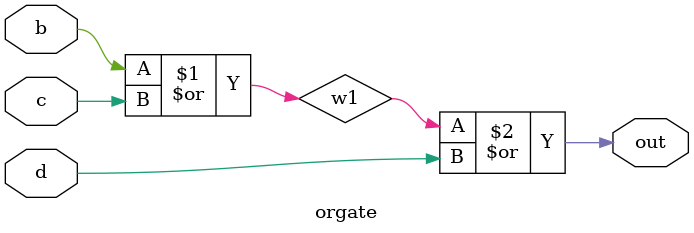
<source format=v>
module orgate(output out, input b, input c, input d);
    wire w1;
    or (w1, b, c);
    or (out, w1, d);
endmodule
</source>
